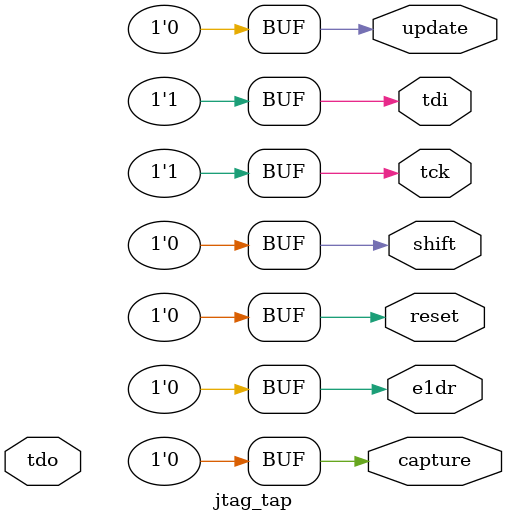
<source format=v>
module jtag_tap(
  output tck,
  output tdi,
  input tdo,
  output capture,
  output shift,
  output e1dr,
  output update,
  output reset
);

	assign tck = 1;
	assign tdi = 1;
	assign capture = 0;
	assign shift = 0;
	assign e1dr = 0;
	assign update = 0;
	assign reset = 0;

endmodule

</source>
